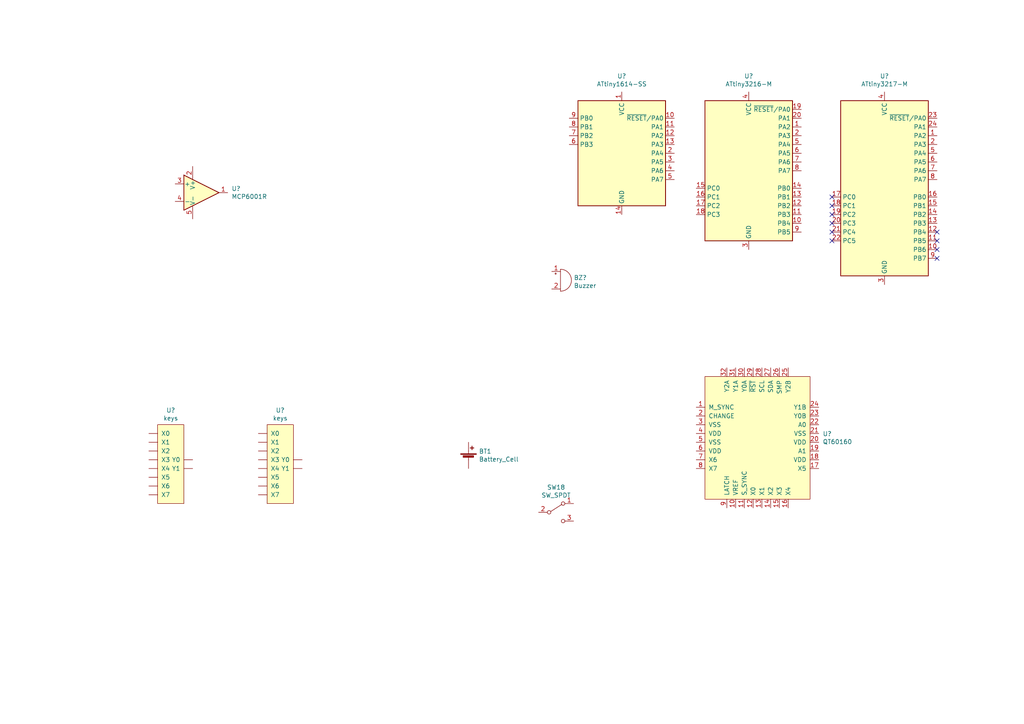
<source format=kicad_sch>
(kicad_sch (version 20210126) (generator eeschema)
  (paper "A4")
  (lib_symbols
    (symbol "QT60160:QT60160" (pin_names (offset 1.016))
      (property "Reference" "U" (at 0 31.75 0))
      (property "Value" "QT60160" (at -1.27 -27.94 0))
      (symbol "QT60160_0_1"
        (rectangle (start -15.24 17.78) (end 15.24 -17.78) (fill (type background)))
      )
      (symbol "QT60160_1_1"
        (pin input line (at -17.78 8.89 0) (length 2.54) (name "M_SYNC") (number "1"))
        (pin input line (at -6.35 -20.32 90) (length 2.54) (name "VREF") (number "10"))
        (pin output line (at -3.81 -20.32 90) (length 2.54) (name "S_SYNC") (number "11"))
        (pin output line (at -1.27 -20.32 90) (length 2.54) (name "X0") (number "12"))
        (pin output line (at 1.27 -20.32 90) (length 2.54) (name "X1") (number "13"))
        (pin output line (at 3.81 -20.32 90) (length 2.54) (name "X2") (number "14"))
        (pin output line (at 6.35 -20.32 90) (length 2.54) (name "X3") (number "15"))
        (pin output line (at 8.89 -20.32 90) (length 2.54) (name "X4") (number "16"))
        (pin output line (at 17.78 -8.89 180) (length 2.54) (name "X5") (number "17"))
        (pin power_in line (at 17.78 -6.35 180) (length 2.54) (name "VDD") (number "18"))
        (pin input line (at 17.78 -3.81 180) (length 2.54) (name "A1") (number "19"))
        (pin output line (at -17.78 6.35 0) (length 2.54) (name "CHANGE") (number "2"))
        (pin power_in line (at 17.78 -1.27 180) (length 2.54) (name "VDD") (number "20"))
        (pin power_in line (at 17.78 1.27 180) (length 2.54) (name "VSS") (number "21"))
        (pin input line (at 17.78 3.81 180) (length 2.54) (name "A0") (number "22"))
        (pin input line (at 17.78 6.35 180) (length 2.54) (name "Y0B") (number "23"))
        (pin input line (at 17.78 8.89 180) (length 2.54) (name "Y1B") (number "24"))
        (pin input line (at 8.89 20.32 270) (length 2.54) (name "Y2B") (number "25"))
        (pin output line (at 6.35 20.32 270) (length 2.54) (name "SMP") (number "26"))
        (pin bidirectional line (at 3.81 20.32 270) (length 2.54) (name "SDA") (number "27"))
        (pin bidirectional line (at 1.27 20.32 270) (length 2.54) (name "SCL") (number "28"))
        (pin input line (at -1.27 20.32 270) (length 2.54) (name "~RST") (number "29"))
        (pin power_in line (at -17.78 3.81 0) (length 2.54) (name "VSS") (number "3"))
        (pin input line (at -3.81 20.32 270) (length 2.54) (name "Y0A") (number "30"))
        (pin input line (at -6.35 20.32 270) (length 2.54) (name "Y1A") (number "31"))
        (pin input line (at -8.89 20.32 270) (length 2.54) (name "Y2A") (number "32"))
        (pin power_in line (at -17.78 1.27 0) (length 2.54) (name "VDD") (number "4"))
        (pin power_in line (at -17.78 -1.27 0) (length 2.54) (name "VSS") (number "5"))
        (pin power_in line (at -17.78 -3.81 0) (length 2.54) (name "VDD") (number "6"))
        (pin output line (at -17.78 -6.35 0) (length 2.54) (name "X6") (number "7"))
        (pin output line (at -17.78 -8.89 0) (length 2.54) (name "X7") (number "8"))
        (pin output line (at -8.89 -20.32 90) (length 2.54) (name "LATCH") (number "9"))
      )
    )
    (symbol "keyboard-13:keys" (pin_names (offset 1.016))
      (property "Reference" "U" (at 0 13.97 0))
      (property "Value" "keys" (at 0 -13.97 0))
      (symbol "keys_0_1"
        (rectangle (start -3.81 11.43) (end 3.81 -11.43) (fill (type background)))
      )
      (symbol "keys_1_1"
        (pin input line (at -6.35 8.89 0) (length 2.54) (name "X0") (number "~"))
        (pin input line (at -6.35 6.35 0) (length 2.54) (name "X1") (number "~"))
        (pin input line (at -6.35 3.81 0) (length 2.54) (name "X2") (number "~"))
        (pin input line (at -6.35 1.27 0) (length 2.54) (name "X3") (number "~"))
        (pin input line (at -6.35 -1.27 0) (length 2.54) (name "X4") (number "~"))
        (pin input line (at -6.35 -3.81 0) (length 2.54) (name "X5") (number "~"))
        (pin input line (at -6.35 -6.35 0) (length 2.54) (name "X6") (number "~"))
        (pin input line (at -6.35 -8.89 0) (length 2.54) (name "X7") (number "~"))
        (pin input line (at 6.35 1.27 180) (length 2.54) (name "Y0") (number "~"))
        (pin input line (at 6.35 -1.27 180) (length 2.54) (name "Y1") (number "~"))
      )
    )
    (symbol "minor-1-rescue:ATtiny1614-SS-MCU_Microchip_ATtiny"
      (property "Reference" "U" (at -12.7 16.51 0))
      (property "Value" "ATtiny1614-SS-MCU_Microchip_ATtiny" (at 2.54 -16.51 0))
      (symbol "ATtiny1614-SS-MCU_Microchip_ATtiny_0_1"
        (rectangle (start -12.7 -15.24) (end 12.7 15.24) (stroke (width 0.254)) (fill (type background)))
      )
      (symbol "ATtiny1614-SS-MCU_Microchip_ATtiny_1_1"
        (pin power_in line (at 0 17.78 270) (length 2.54) (name "VCC") (number "1"))
        (pin bidirectional line (at 15.24 10.16 180) (length 2.54) (name "~RESET~/PA0") (number "10"))
        (pin bidirectional line (at 15.24 7.62 180) (length 2.54) (name "PA1") (number "11"))
        (pin bidirectional line (at 15.24 5.08 180) (length 2.54) (name "PA2") (number "12"))
        (pin bidirectional line (at 15.24 2.54 180) (length 2.54) (name "PA3") (number "13"))
        (pin power_in line (at 0 -17.78 90) (length 2.54) (name "GND") (number "14"))
        (pin bidirectional line (at 15.24 0 180) (length 2.54) (name "PA4") (number "2"))
        (pin bidirectional line (at 15.24 -2.54 180) (length 2.54) (name "PA5") (number "3"))
        (pin bidirectional line (at 15.24 -5.08 180) (length 2.54) (name "PA6") (number "4"))
        (pin bidirectional line (at 15.24 -7.62 180) (length 2.54) (name "PA7") (number "5"))
        (pin bidirectional line (at -15.24 2.54 0) (length 2.54) (name "PB3") (number "6"))
        (pin bidirectional line (at -15.24 5.08 0) (length 2.54) (name "PB2") (number "7"))
        (pin bidirectional line (at -15.24 7.62 0) (length 2.54) (name "PB1") (number "8"))
        (pin bidirectional line (at -15.24 10.16 0) (length 2.54) (name "PB0") (number "9"))
      )
    )
    (symbol "minor-1-rescue:ATtiny3216-M-MCU_Microchip_ATtiny"
      (property "Reference" "U" (at -12.7 21.59 0))
      (property "Value" "ATtiny3216-M-MCU_Microchip_ATtiny" (at 2.54 -21.59 0))
      (symbol "ATtiny3216-M-MCU_Microchip_ATtiny_0_1"
        (rectangle (start -12.7 -20.32) (end 12.7 20.32) (stroke (width 0.254)) (fill (type background)))
      )
      (symbol "ATtiny3216-M-MCU_Microchip_ATtiny_1_1"
        (pin bidirectional line (at 15.24 12.7 180) (length 2.54) (name "PA2") (number "1"))
        (pin bidirectional line (at 15.24 -15.24 180) (length 2.54) (name "PB4") (number "10"))
        (pin bidirectional line (at 15.24 -12.7 180) (length 2.54) (name "PB3") (number "11"))
        (pin bidirectional line (at 15.24 -10.16 180) (length 2.54) (name "PB2") (number "12"))
        (pin bidirectional line (at 15.24 -7.62 180) (length 2.54) (name "PB1") (number "13"))
        (pin bidirectional line (at 15.24 -5.08 180) (length 2.54) (name "PB0") (number "14"))
        (pin bidirectional line (at -15.24 -5.08 0) (length 2.54) (name "PC0") (number "15"))
        (pin bidirectional line (at -15.24 -7.62 0) (length 2.54) (name "PC1") (number "16"))
        (pin bidirectional line (at -15.24 -10.16 0) (length 2.54) (name "PC2") (number "17"))
        (pin bidirectional line (at -15.24 -12.7 0) (length 2.54) (name "PC3") (number "18"))
        (pin bidirectional line (at 15.24 17.78 180) (length 2.54) (name "~RESET~/PA0") (number "19"))
        (pin bidirectional line (at 15.24 10.16 180) (length 2.54) (name "PA3") (number "2"))
        (pin bidirectional line (at 15.24 15.24 180) (length 2.54) (name "PA1") (number "20"))
        (pin passive line (at 0 -22.86 90) (length 2.54) hide (name "GND") (number "21"))
        (pin power_in line (at 0 -22.86 90) (length 2.54) (name "GND") (number "3"))
        (pin power_in line (at 0 22.86 270) (length 2.54) (name "VCC") (number "4"))
        (pin bidirectional line (at 15.24 7.62 180) (length 2.54) (name "PA4") (number "5"))
        (pin bidirectional line (at 15.24 5.08 180) (length 2.54) (name "PA5") (number "6"))
        (pin bidirectional line (at 15.24 2.54 180) (length 2.54) (name "PA6") (number "7"))
        (pin bidirectional line (at 15.24 0 180) (length 2.54) (name "PA7") (number "8"))
        (pin bidirectional line (at 15.24 -17.78 180) (length 2.54) (name "PB5") (number "9"))
      )
    )
    (symbol "minor-1-rescue:ATtiny3217-M-MCU_Microchip_ATtiny"
      (property "Reference" "U" (at -12.7 26.67 0))
      (property "Value" "ATtiny3217-M-MCU_Microchip_ATtiny" (at 2.54 -26.67 0))
      (symbol "ATtiny3217-M-MCU_Microchip_ATtiny_0_1"
        (rectangle (start -12.7 -25.4) (end 12.7 25.4) (stroke (width 0.254)) (fill (type background)))
      )
      (symbol "ATtiny3217-M-MCU_Microchip_ATtiny_1_1"
        (pin bidirectional line (at 15.24 15.24 180) (length 2.54) (name "PA2") (number "1"))
        (pin bidirectional line (at 15.24 -17.78 180) (length 2.54) (name "PB6") (number "10"))
        (pin bidirectional line (at 15.24 -15.24 180) (length 2.54) (name "PB5") (number "11"))
        (pin bidirectional line (at 15.24 -12.7 180) (length 2.54) (name "PB4") (number "12"))
        (pin bidirectional line (at 15.24 -10.16 180) (length 2.54) (name "PB3") (number "13"))
        (pin bidirectional line (at 15.24 -7.62 180) (length 2.54) (name "PB2") (number "14"))
        (pin bidirectional line (at 15.24 -5.08 180) (length 2.54) (name "PB1") (number "15"))
        (pin bidirectional line (at 15.24 -2.54 180) (length 2.54) (name "PB0") (number "16"))
        (pin bidirectional line (at -15.24 -2.54 0) (length 2.54) (name "PC0") (number "17"))
        (pin bidirectional line (at -15.24 -5.08 0) (length 2.54) (name "PC1") (number "18"))
        (pin bidirectional line (at -15.24 -7.62 0) (length 2.54) (name "PC2") (number "19"))
        (pin bidirectional line (at 15.24 12.7 180) (length 2.54) (name "PA3") (number "2"))
        (pin bidirectional line (at -15.24 -10.16 0) (length 2.54) (name "PC3") (number "20"))
        (pin bidirectional line (at -15.24 -12.7 0) (length 2.54) (name "PC4") (number "21"))
        (pin bidirectional line (at -15.24 -15.24 0) (length 2.54) (name "PC5") (number "22"))
        (pin bidirectional line (at 15.24 20.32 180) (length 2.54) (name "~RESET~/PA0") (number "23"))
        (pin bidirectional line (at 15.24 17.78 180) (length 2.54) (name "PA1") (number "24"))
        (pin passive line (at 0 -27.94 90) (length 2.54) hide (name "GND") (number "25"))
        (pin power_in line (at 0 -27.94 90) (length 2.54) (name "GND") (number "3"))
        (pin power_in line (at 0 27.94 270) (length 2.54) (name "VCC") (number "4"))
        (pin bidirectional line (at 15.24 10.16 180) (length 2.54) (name "PA4") (number "5"))
        (pin bidirectional line (at 15.24 7.62 180) (length 2.54) (name "PA5") (number "6"))
        (pin bidirectional line (at 15.24 5.08 180) (length 2.54) (name "PA6") (number "7"))
        (pin bidirectional line (at 15.24 2.54 180) (length 2.54) (name "PA7") (number "8"))
        (pin bidirectional line (at 15.24 -20.32 180) (length 2.54) (name "PB7") (number "9"))
      )
    )
    (symbol "minor-1-rescue:Battery_Cell-Device" (pin_numbers hide) (pin_names (offset 0) hide)
      (property "Reference" "BT" (at 2.54 2.54 0))
      (property "Value" "Battery_Cell-Device" (at 2.54 0 0))
      (symbol "Battery_Cell-Device_0_1"
        (rectangle (start -2.286 1.778) (end 2.286 1.524) (fill (type outline)))
        (rectangle (start -1.5748 1.1938) (end 1.4732 0.6858) (fill (type outline)))
        (polyline (pts (xy 0 0.762) (xy 0 0)))
        (polyline (pts (xy 0 1.778) (xy 0 2.54)))
        (polyline (pts (xy 0.508 3.429) (xy 1.524 3.429)) (stroke (width 0.254)))
        (polyline (pts (xy 1.016 3.937) (xy 1.016 2.921)) (stroke (width 0.254)))
      )
      (symbol "Battery_Cell-Device_1_1"
        (pin passive line (at 0 5.08 270) (length 2.54) (name "+") (number "1"))
        (pin passive line (at 0 -2.54 90) (length 2.54) (name "-") (number "2"))
      )
    )
    (symbol "minor-1-rescue:Buzzer-Device" (pin_names (offset 0.0254) hide)
      (property "Reference" "BZ" (at 3.81 1.27 0))
      (property "Value" "Buzzer-Device" (at 3.81 -1.27 0))
      (symbol "Buzzer-Device_0_1"
        (arc (start 0 -3.175) (end 0 3.175) (radius (at 0 0) (length 3.175) (angles -89.9 89.9)))
        (polyline (pts (xy -1.651 1.905) (xy -1.143 1.905)))
        (polyline (pts (xy -1.397 2.159) (xy -1.397 1.651)))
        (polyline (pts (xy 0 3.175) (xy 0 -3.175)))
      )
      (symbol "Buzzer-Device_1_1"
        (pin passive line (at -2.54 2.54 0) (length 2.54) (name "-") (number "1"))
        (pin passive line (at -2.54 -2.54 0) (length 2.54) (name "+") (number "2"))
      )
    )
    (symbol "minor-1-rescue:MCP6001R-Amplifier_Operational" (pin_names (offset 0.127))
      (property "Reference" "U" (at 0 5.08 0))
      (property "Value" "MCP6001R-Amplifier_Operational" (at 0 -5.08 0))
      (symbol "MCP6001R-Amplifier_Operational_0_1"
        (polyline (pts (xy -5.08 5.08) (xy 5.08 0) (xy -5.08 -5.08) (xy -5.08 5.08)) (stroke (width 0.254)) (fill (type background)))
        (pin power_in line (at -2.54 7.62 270) (length 3.81) (name "V+") (number "2"))
        (pin power_in line (at -2.54 -7.62 90) (length 3.81) (name "V-") (number "5"))
      )
      (symbol "MCP6001R-Amplifier_Operational_1_1"
        (pin output line (at 7.62 0 180) (length 2.54) (name "~") (number "1"))
        (pin input line (at -7.62 2.54 0) (length 2.54) (name "+") (number "3"))
        (pin input line (at -7.62 -2.54 0) (length 2.54) (name "-") (number "4"))
      )
    )
    (symbol "minor-1-rescue:SW_SPDT-Switch" (pin_names (offset 0) hide)
      (property "Reference" "SW" (at 0 4.318 0))
      (property "Value" "SW_SPDT-Switch" (at 0 -5.08 0))
      (symbol "SW_SPDT-Switch_0_0"
        (circle (center -2.032 0) (radius 0.508))
        (circle (center 2.032 -2.54) (radius 0.508))
      )
      (symbol "SW_SPDT-Switch_0_1"
        (circle (center 2.032 2.54) (radius 0.508))
        (polyline (pts (xy -1.524 0.254) (xy 1.651 2.286)))
      )
      (symbol "SW_SPDT-Switch_1_1"
        (pin passive line (at 5.08 2.54 180) (length 2.54) (name "A") (number "1"))
        (pin passive line (at -5.08 0 0) (length 2.54) (name "B") (number "2"))
        (pin passive line (at 5.08 -2.54 180) (length 2.54) (name "C") (number "3"))
      )
    )
  )
  (no_connect (at 241.3 57.15))
  (no_connect (at 241.3 59.69))
  (no_connect (at 241.3 62.23))
  (no_connect (at 241.3 64.77))
  (no_connect (at 241.3 67.31))
  (no_connect (at 241.3 69.85))
  (no_connect (at 256.54 -1.27))
  (no_connect (at 271.78 67.31))
  (no_connect (at 271.78 69.85))
  (no_connect (at 271.78 72.39))
  (no_connect (at 271.78 74.93))
  (symbol (lib_id "minor-1-rescue:Battery_Cell-Device") (at 135.89 133.35 0) (unit 1)
    (property "Reference" "BT1" (at 138.8872 130.9116 0) (effects (justify left)))
    (property "Value" "Battery_Cell" (at 138.8872 133.223 0) (effects (justify left)))
    (property "Footprint" "Battery_Holders:Keystone_2466_1xAAA" (effects hide))
  )
  (symbol (lib_id "minor-1-rescue:Buzzer-Device") (at 162.56 81.28 0) (unit 1)
    (property "Reference" "BZ?" (at 166.4208 80.5434 0) (effects (justify left)))
    (property "Value" "Buzzer" (at 166.4208 82.8548 0) (effects (justify left)))
  )
  (symbol (lib_id "minor-1-rescue:SW_SPDT-Switch") (at 161.29 148.59 0) (unit 1)
    (property "Reference" "SW18" (at 161.29 141.351 0))
    (property "Value" "SW_SPDT" (at 161.29 143.6624 0))
    (property "Footprint" "Buttons_Switches_SMD:SW_SPDT_CK-JS102011SAQN" (effects hide))
  )
  (symbol (lib_id "minor-1-rescue:MCP6001R-Amplifier_Operational") (at 58.42 55.88 0) (unit 1)
    (property "Reference" "U?" (at 67.1576 54.7116 0) (effects (justify left)))
    (property "Value" "MCP6001R" (at 67.1576 57.023 0) (effects (justify left)))
    (property "Footprint" "Package_TO_SOT_SMD:SOT-23-5" (effects hide))
    (property "Datasheet" "http://ww1.microchip.com/downloads/en/DeviceDoc/21733j.pdf" (effects hide))
  )
  (symbol (lib_id "keyboard-13:keys") (at 49.53 134.62 0) (unit 1)
    (property "Reference" "U?" (at 49.53 118.999 0))
    (property "Value" "keys" (at 49.53 121.3104 0))
  )
  (symbol (lib_id "keyboard-13:keys") (at 81.28 134.62 0) (unit 1)
    (property "Reference" "U?" (at 81.28 118.999 0))
    (property "Value" "keys" (at 81.28 121.3104 0))
  )
  (symbol (lib_id "minor-1-rescue:ATtiny1614-SS-MCU_Microchip_ATtiny") (at 180.34 44.45 0) (unit 1)
    (property "Reference" "U?" (at 180.34 22.0726 0))
    (property "Value" "ATtiny1614-SS" (at 180.34 24.384 0))
    (property "Footprint" "Package_SO:SOIC-14_3.9x8.7mm_P1.27mm" (effects hide))
    (property "Datasheet" "http://ww1.microchip.com/downloads/en/DeviceDoc/ATtiny1614-data-sheet-40001995A.pdf" (effects hide))
  )
  (symbol (lib_id "minor-1-rescue:ATtiny3216-M-MCU_Microchip_ATtiny") (at 217.17 49.53 0) (unit 1)
    (property "Reference" "U?" (at 217.17 22.0726 0))
    (property "Value" "ATtiny3216-M" (at 217.17 24.384 0))
    (property "Footprint" "Package_DFN_QFN:VQFN-20-1EP_3x3mm_P0.4mm_EP1.7x1.7mm" (effects hide))
    (property "Datasheet" "http://ww1.microchip.com/downloads/en/DeviceDoc/ATtiny3216_ATtiny1616-data-sheet-40001997B.pdf" (effects hide))
  )
  (symbol (lib_id "QT60160:QT60160") (at 219.71 127 0) (unit 1)
    (property "Reference" "U?" (at 238.6076 125.8316 0) (effects (justify left)))
    (property "Value" "QT60160" (at 238.6076 128.143 0) (effects (justify left)))
  )
  (symbol (lib_id "minor-1-rescue:ATtiny3217-M-MCU_Microchip_ATtiny") (at 256.54 54.61 0) (unit 1)
    (property "Reference" "U?" (at 256.54 22.0726 0))
    (property "Value" "ATtiny3217-M" (at 256.54 24.384 0))
    (property "Footprint" "Package_DFN_QFN:QFN-24-1EP_4x4mm_P0.5mm_EP2.6x2.6mm" (effects hide))
    (property "Datasheet" "http://ww1.microchip.com/downloads/en/DeviceDoc/ATtiny3217_1617-Data-Sheet-40001999B.pdf" (effects hide))
  )
)
</source>
